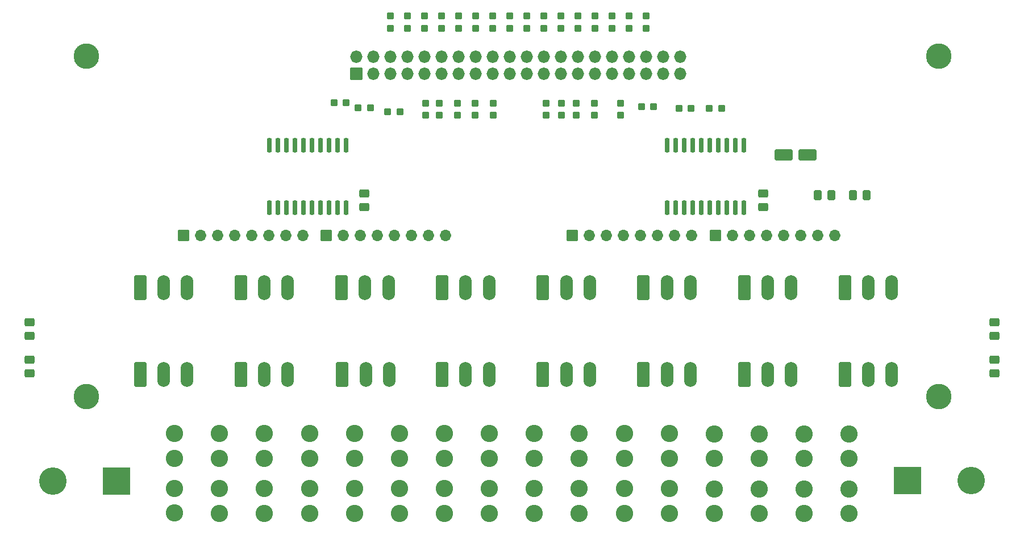
<source format=gbr>
G04 #@! TF.GenerationSoftware,KiCad,Pcbnew,(6.0.7)*
G04 #@! TF.CreationDate,2022-08-12T23:31:19-04:00*
G04 #@! TF.ProjectId,PB_16,50425f31-362e-46b6-9963-61645f706362,v4*
G04 #@! TF.SameCoordinates,Original*
G04 #@! TF.FileFunction,Soldermask,Top*
G04 #@! TF.FilePolarity,Negative*
%FSLAX46Y46*%
G04 Gerber Fmt 4.6, Leading zero omitted, Abs format (unit mm)*
G04 Created by KiCad (PCBNEW (6.0.7)) date 2022-08-12 23:31:19*
%MOMM*%
%LPD*%
G01*
G04 APERTURE LIST*
G04 Aperture macros list*
%AMRoundRect*
0 Rectangle with rounded corners*
0 $1 Rounding radius*
0 $2 $3 $4 $5 $6 $7 $8 $9 X,Y pos of 4 corners*
0 Add a 4 corners polygon primitive as box body*
4,1,4,$2,$3,$4,$5,$6,$7,$8,$9,$2,$3,0*
0 Add four circle primitives for the rounded corners*
1,1,$1+$1,$2,$3*
1,1,$1+$1,$4,$5*
1,1,$1+$1,$6,$7*
1,1,$1+$1,$8,$9*
0 Add four rect primitives between the rounded corners*
20,1,$1+$1,$2,$3,$4,$5,0*
20,1,$1+$1,$4,$5,$6,$7,0*
20,1,$1+$1,$6,$7,$8,$9,0*
20,1,$1+$1,$8,$9,$2,$3,0*%
G04 Aperture macros list end*
%ADD10RoundRect,0.300999X0.450001X-0.325001X0.450001X0.325001X-0.450001X0.325001X-0.450001X-0.325001X0*%
%ADD11RoundRect,0.301000X-0.650000X-1.550000X0.650000X-1.550000X0.650000X1.550000X-0.650000X1.550000X0*%
%ADD12O,1.902000X3.702000*%
%ADD13C,2.577000*%
%ADD14RoundRect,0.051000X-0.800000X-0.800000X0.800000X-0.800000X0.800000X0.800000X-0.800000X0.800000X0*%
%ADD15O,1.702000X1.702000*%
%ADD16C,3.802000*%
%ADD17RoundRect,0.300999X-0.450001X0.325001X-0.450001X-0.325001X0.450001X-0.325001X0.450001X0.325001X0*%
%ADD18RoundRect,0.300999X0.325001X0.450001X-0.325001X0.450001X-0.325001X-0.450001X0.325001X-0.450001X0*%
%ADD19RoundRect,0.051000X0.863600X-0.863600X0.863600X0.863600X-0.863600X0.863600X-0.863600X-0.863600X0*%
%ADD20O,1.829200X1.829200*%
%ADD21RoundRect,0.051000X2.000000X2.000000X-2.000000X2.000000X-2.000000X-2.000000X2.000000X-2.000000X0*%
%ADD22C,4.102000*%
%ADD23RoundRect,0.051000X-2.000000X-2.000000X2.000000X-2.000000X2.000000X2.000000X-2.000000X2.000000X0*%
%ADD24RoundRect,0.201000X-0.150000X0.875000X-0.150000X-0.875000X0.150000X-0.875000X0.150000X0.875000X0*%
%ADD25RoundRect,0.288500X-0.237500X0.250000X-0.237500X-0.250000X0.237500X-0.250000X0.237500X0.250000X0*%
%ADD26RoundRect,0.288500X0.237500X-0.250000X0.237500X0.250000X-0.237500X0.250000X-0.237500X-0.250000X0*%
%ADD27RoundRect,0.288500X0.250000X0.237500X-0.250000X0.237500X-0.250000X-0.237500X0.250000X-0.237500X0*%
%ADD28RoundRect,0.301000X-1.050000X-0.550000X1.050000X-0.550000X1.050000X0.550000X-1.050000X0.550000X0*%
%ADD29RoundRect,0.288500X-0.250000X-0.237500X0.250000X-0.237500X0.250000X0.237500X-0.250000X0.237500X0*%
G04 APERTURE END LIST*
D10*
X181901000Y-104642800D03*
X181901000Y-102592800D03*
D11*
X89100000Y-129600000D03*
D12*
X92600000Y-129600000D03*
X96100000Y-129600000D03*
D11*
X119100000Y-116600000D03*
D12*
X122600000Y-116600000D03*
X126100000Y-116600000D03*
D11*
X119214342Y-129600000D03*
D12*
X122714342Y-129600000D03*
X126214342Y-129600000D03*
D11*
X134100000Y-116600000D03*
D12*
X137600000Y-116600000D03*
X141100000Y-116600000D03*
D11*
X134100000Y-129600000D03*
D12*
X137600000Y-129600000D03*
X141100000Y-129600000D03*
D11*
X149100000Y-116600000D03*
D12*
X152600000Y-116600000D03*
X156100000Y-116600000D03*
D11*
X149100000Y-129600000D03*
D12*
X152600000Y-129600000D03*
X156100000Y-129600000D03*
D11*
X164100000Y-116600000D03*
D12*
X167600000Y-116600000D03*
X171100000Y-116600000D03*
D11*
X164100000Y-129600000D03*
D12*
X167600000Y-129600000D03*
X171100000Y-129600000D03*
D11*
X179100000Y-116600000D03*
D12*
X182600000Y-116600000D03*
X186100000Y-116600000D03*
D11*
X179100000Y-129600000D03*
D12*
X182600000Y-129600000D03*
X186100000Y-129600000D03*
D11*
X194100000Y-116600000D03*
D12*
X197600000Y-116600000D03*
X201100000Y-116600000D03*
D11*
X194100000Y-129600000D03*
D12*
X197600000Y-129600000D03*
X201100000Y-129600000D03*
D13*
X94222600Y-150288600D03*
X94222600Y-146588600D03*
X94222600Y-142088600D03*
X94222600Y-138388600D03*
X134425198Y-150298600D03*
X134425198Y-146598600D03*
X134425198Y-142098600D03*
X134425198Y-138398600D03*
X181328229Y-150363600D03*
X181328229Y-146663600D03*
X181328229Y-142163600D03*
X181328229Y-138463600D03*
D10*
X122501000Y-104642800D03*
X122501000Y-102592800D03*
D13*
X100923033Y-150303600D03*
X100923033Y-146603600D03*
X100923033Y-142103600D03*
X100923033Y-138403600D03*
X127724765Y-150298600D03*
X127724765Y-146598600D03*
X127724765Y-142098600D03*
X127724765Y-138398600D03*
X141125631Y-150298600D03*
X141125631Y-146598600D03*
X141125631Y-142098600D03*
X141125631Y-138398600D03*
X147826064Y-150298600D03*
X147826064Y-146598600D03*
X147826064Y-142098600D03*
X147826064Y-138398600D03*
X154526497Y-150298600D03*
X154526497Y-146598600D03*
X154526497Y-142098600D03*
X154526497Y-138398600D03*
X194729100Y-150363600D03*
X194729100Y-146663600D03*
X194729100Y-142163600D03*
X194729100Y-138463600D03*
X121024332Y-150298600D03*
X121024332Y-146598600D03*
X121024332Y-142098600D03*
X121024332Y-138398600D03*
X107623466Y-150303600D03*
X107623466Y-146603600D03*
X107623466Y-142103600D03*
X107623466Y-138403600D03*
X174627796Y-150363600D03*
X174627796Y-146663600D03*
X174627796Y-142163600D03*
X174627796Y-138463600D03*
D14*
X95561500Y-108813600D03*
D15*
X98101500Y-108813600D03*
X100641500Y-108813600D03*
X103181500Y-108813600D03*
X105721500Y-108813600D03*
X108261500Y-108813600D03*
X110801500Y-108813600D03*
X113341500Y-108813600D03*
D13*
X161226930Y-150298600D03*
X161226930Y-146598600D03*
X161226930Y-142098600D03*
X161226930Y-138398600D03*
D14*
X153486200Y-108813600D03*
D15*
X156026200Y-108813600D03*
X158566200Y-108813600D03*
X161106200Y-108813600D03*
X163646200Y-108813600D03*
X166186200Y-108813600D03*
X168726200Y-108813600D03*
X171266200Y-108813600D03*
D14*
X174812600Y-108813600D03*
D15*
X177352600Y-108813600D03*
X179892600Y-108813600D03*
X182432600Y-108813600D03*
X184972600Y-108813600D03*
X187512600Y-108813600D03*
X190052600Y-108813600D03*
X192592600Y-108813600D03*
D14*
X116852700Y-108813600D03*
D15*
X119392700Y-108813600D03*
X121932700Y-108813600D03*
X124472700Y-108813600D03*
X127012700Y-108813600D03*
X129552700Y-108813600D03*
X132092700Y-108813600D03*
X134632700Y-108813600D03*
D13*
X114323899Y-150303600D03*
X114323899Y-146603600D03*
X114323899Y-142103600D03*
X114323899Y-138403600D03*
D11*
X89100000Y-116600000D03*
D12*
X92600000Y-116600000D03*
X96100000Y-116600000D03*
D11*
X104100000Y-116600000D03*
D12*
X107600000Y-116600000D03*
X111100000Y-116600000D03*
D11*
X104100000Y-129600000D03*
D12*
X107600000Y-129600000D03*
X111100000Y-129600000D03*
D13*
X188028662Y-150363600D03*
X188028662Y-146663600D03*
X188028662Y-142163600D03*
X188028662Y-138463600D03*
X167927363Y-150298600D03*
X167927363Y-146598600D03*
X167927363Y-142098600D03*
X167927363Y-138398600D03*
D16*
X81113000Y-82066600D03*
X208113000Y-82066600D03*
D17*
X72601000Y-121806000D03*
X72601000Y-123856000D03*
X72601000Y-127367000D03*
X72601000Y-129417000D03*
D18*
X192126000Y-102817800D03*
X190076000Y-102817800D03*
D19*
X121301000Y-84757800D03*
D20*
X121301000Y-82217800D03*
X123841000Y-84757800D03*
X123841000Y-82217800D03*
X126381000Y-84757800D03*
X126381000Y-82217800D03*
X128921000Y-84757800D03*
X128921000Y-82217800D03*
X131461000Y-84757800D03*
X131461000Y-82217800D03*
X134001000Y-84757800D03*
X134001000Y-82217800D03*
X136541000Y-84757800D03*
X136541000Y-82217800D03*
X139081000Y-84757800D03*
X139081000Y-82217800D03*
X141621000Y-84757800D03*
X141621000Y-82217800D03*
X144161000Y-84757800D03*
X144161000Y-82217800D03*
X146701000Y-84757800D03*
X146701000Y-82217800D03*
X149241000Y-84757800D03*
X149241000Y-82217800D03*
X151781000Y-84757800D03*
X151781000Y-82217800D03*
X154321000Y-84757800D03*
X154321000Y-82217800D03*
X156861000Y-84757800D03*
X156861000Y-82217800D03*
X159401000Y-84757800D03*
X159401000Y-82217800D03*
X161941000Y-84757800D03*
X161941000Y-82217800D03*
X164481000Y-84757800D03*
X164481000Y-82217800D03*
X167021000Y-84757800D03*
X167021000Y-82217800D03*
X169561000Y-84757800D03*
X169561000Y-82217800D03*
D18*
X197326000Y-102817800D03*
X195276000Y-102817800D03*
D21*
X85601000Y-145517800D03*
D22*
X76101000Y-145517800D03*
D16*
X208127600Y-132866600D03*
D23*
X203401000Y-145417800D03*
D22*
X212901000Y-145417800D03*
D17*
X216401000Y-127367000D03*
X216401000Y-129417000D03*
X216401000Y-121806000D03*
X216401000Y-123856000D03*
D24*
X179016000Y-95367800D03*
X177746000Y-95367800D03*
X176476000Y-95367800D03*
X175206000Y-95367800D03*
X173936000Y-95367800D03*
X172666000Y-95367800D03*
X171396000Y-95367800D03*
X170126000Y-95367800D03*
X168856000Y-95367800D03*
X167586000Y-95367800D03*
X167586000Y-104667800D03*
X168856000Y-104667800D03*
X170126000Y-104667800D03*
X171396000Y-104667800D03*
X172666000Y-104667800D03*
X173936000Y-104667800D03*
X175206000Y-104667800D03*
X176476000Y-104667800D03*
X177746000Y-104667800D03*
X179016000Y-104667800D03*
X119816000Y-95367800D03*
X118546000Y-95367800D03*
X117276000Y-95367800D03*
X116006000Y-95367800D03*
X114736000Y-95367800D03*
X113466000Y-95367800D03*
X112196000Y-95367800D03*
X110926000Y-95367800D03*
X109656000Y-95367800D03*
X108386000Y-95367800D03*
X108386000Y-104667800D03*
X109656000Y-104667800D03*
X110926000Y-104667800D03*
X112196000Y-104667800D03*
X113466000Y-104667800D03*
X114736000Y-104667800D03*
X116006000Y-104667800D03*
X117276000Y-104667800D03*
X118546000Y-104667800D03*
X119816000Y-104667800D03*
D25*
X133701000Y-89105300D03*
X133701000Y-90930300D03*
D26*
X144159000Y-77930300D03*
X144159000Y-76105300D03*
D25*
X149601000Y-89105300D03*
X149601000Y-90930300D03*
D26*
X161967000Y-77930300D03*
X161967000Y-76105300D03*
D27*
X127813500Y-90417800D03*
X125988500Y-90417800D03*
D26*
X126351000Y-77930300D03*
X126351000Y-76105300D03*
D25*
X151901000Y-89105300D03*
X151901000Y-90930300D03*
X141701000Y-89105300D03*
X141701000Y-90930300D03*
D26*
X141615000Y-77930300D03*
X141615000Y-76105300D03*
D27*
X119813500Y-89017800D03*
X117988500Y-89017800D03*
D26*
X146703000Y-77930300D03*
X146703000Y-76105300D03*
D28*
X184951000Y-96817800D03*
X188551000Y-96817800D03*
D26*
X131439000Y-77930300D03*
X131439000Y-76105300D03*
D25*
X139001000Y-89105300D03*
X139001000Y-90930300D03*
X136401000Y-89105300D03*
X136401000Y-90930300D03*
D29*
X173888500Y-89917800D03*
X175713500Y-89917800D03*
X169388500Y-89917800D03*
X171213500Y-89917800D03*
D26*
X154335000Y-77930300D03*
X154335000Y-76105300D03*
D25*
X156801000Y-89105300D03*
X156801000Y-90930300D03*
D26*
X139071000Y-77930300D03*
X139071000Y-76105300D03*
X151791000Y-77930300D03*
X151791000Y-76105300D03*
D16*
X81127600Y-132866600D03*
D26*
X136527000Y-77930300D03*
X136527000Y-76105300D03*
D25*
X154101000Y-89105300D03*
X154101000Y-90930300D03*
D26*
X164511000Y-77930300D03*
X164511000Y-76105300D03*
X149247000Y-77930300D03*
X149247000Y-76105300D03*
X159423000Y-77930300D03*
X159423000Y-76105300D03*
X133983000Y-77930300D03*
X133983000Y-76105300D03*
X128895000Y-77930300D03*
X128895000Y-76105300D03*
D25*
X160701000Y-89105300D03*
X160701000Y-90930300D03*
D29*
X163788500Y-89617800D03*
X165613500Y-89617800D03*
D25*
X131601000Y-89105300D03*
X131601000Y-90930300D03*
D27*
X123413500Y-89817800D03*
X121588500Y-89817800D03*
D26*
X156879000Y-77930300D03*
X156879000Y-76105300D03*
M02*

</source>
